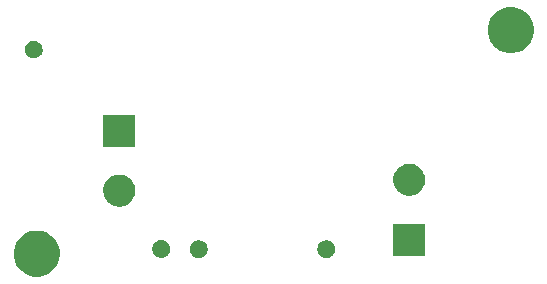
<source format=gbr>
G04 #@! TF.GenerationSoftware,KiCad,Pcbnew,5.0.2+dfsg1-1*
G04 #@! TF.CreationDate,2020-04-05T00:56:48-04:00*
G04 #@! TF.ProjectId,vreg-741,76726567-2d37-4343-912e-6b696361645f,rev?*
G04 #@! TF.SameCoordinates,Original*
G04 #@! TF.FileFunction,Soldermask,Bot*
G04 #@! TF.FilePolarity,Negative*
%FSLAX46Y46*%
G04 Gerber Fmt 4.6, Leading zero omitted, Abs format (unit mm)*
G04 Created by KiCad (PCBNEW 5.0.2+dfsg1-1) date Sun 05 Apr 2020 12:56:48 AM EDT*
%MOMM*%
%LPD*%
G01*
G04 APERTURE LIST*
%ADD10C,0.100000*%
G04 APERTURE END LIST*
D10*
G36*
X168717083Y-86515975D02*
X168717085Y-86515976D01*
X168717086Y-86515976D01*
X169072145Y-86663046D01*
X169072146Y-86663047D01*
X169391693Y-86876561D01*
X169663439Y-87148307D01*
X169663441Y-87148310D01*
X169876954Y-87467855D01*
X170011196Y-87791944D01*
X170024025Y-87822917D01*
X170099000Y-88199842D01*
X170099000Y-88584158D01*
X170069366Y-88733140D01*
X170024024Y-88961086D01*
X169876954Y-89316145D01*
X169876953Y-89316146D01*
X169663439Y-89635693D01*
X169391693Y-89907439D01*
X169391690Y-89907441D01*
X169072145Y-90120954D01*
X168717086Y-90268024D01*
X168717085Y-90268024D01*
X168717083Y-90268025D01*
X168340158Y-90343000D01*
X167955842Y-90343000D01*
X167578917Y-90268025D01*
X167578915Y-90268024D01*
X167578914Y-90268024D01*
X167223855Y-90120954D01*
X166904310Y-89907441D01*
X166904307Y-89907439D01*
X166632561Y-89635693D01*
X166419047Y-89316146D01*
X166419046Y-89316145D01*
X166271976Y-88961086D01*
X166226635Y-88733140D01*
X166197000Y-88584158D01*
X166197000Y-88199842D01*
X166271975Y-87822917D01*
X166284804Y-87791944D01*
X166419046Y-87467855D01*
X166632559Y-87148310D01*
X166632561Y-87148307D01*
X166904307Y-86876561D01*
X167223854Y-86663047D01*
X167223855Y-86663046D01*
X167578914Y-86515976D01*
X167578915Y-86515976D01*
X167578917Y-86515975D01*
X167955842Y-86441000D01*
X168340158Y-86441000D01*
X168717083Y-86515975D01*
X168717083Y-86515975D01*
G37*
G36*
X192791004Y-87271544D02*
X192878059Y-87288860D01*
X193014732Y-87345472D01*
X193014733Y-87345473D01*
X193137738Y-87427662D01*
X193242338Y-87532262D01*
X193242340Y-87532265D01*
X193324528Y-87655268D01*
X193381140Y-87791941D01*
X193410000Y-87937033D01*
X193410000Y-88084967D01*
X193381140Y-88230059D01*
X193324528Y-88366732D01*
X193324527Y-88366733D01*
X193242338Y-88489738D01*
X193137738Y-88594338D01*
X193137735Y-88594340D01*
X193014732Y-88676528D01*
X192878059Y-88733140D01*
X192791004Y-88750456D01*
X192732969Y-88762000D01*
X192585031Y-88762000D01*
X192526996Y-88750456D01*
X192439941Y-88733140D01*
X192303268Y-88676528D01*
X192180265Y-88594340D01*
X192180262Y-88594338D01*
X192075662Y-88489738D01*
X191993473Y-88366733D01*
X191993472Y-88366732D01*
X191936860Y-88230059D01*
X191908000Y-88084967D01*
X191908000Y-87937033D01*
X191936860Y-87791941D01*
X191993472Y-87655268D01*
X192075660Y-87532265D01*
X192075662Y-87532262D01*
X192180262Y-87427662D01*
X192303267Y-87345473D01*
X192303268Y-87345472D01*
X192439941Y-87288860D01*
X192526996Y-87271544D01*
X192585031Y-87260000D01*
X192732969Y-87260000D01*
X192791004Y-87271544D01*
X192791004Y-87271544D01*
G37*
G36*
X181996004Y-87271544D02*
X182083059Y-87288860D01*
X182219732Y-87345472D01*
X182219733Y-87345473D01*
X182342738Y-87427662D01*
X182447338Y-87532262D01*
X182447340Y-87532265D01*
X182529528Y-87655268D01*
X182586140Y-87791941D01*
X182615000Y-87937033D01*
X182615000Y-88084967D01*
X182586140Y-88230059D01*
X182529528Y-88366732D01*
X182529527Y-88366733D01*
X182447338Y-88489738D01*
X182342738Y-88594338D01*
X182342735Y-88594340D01*
X182219732Y-88676528D01*
X182083059Y-88733140D01*
X181996004Y-88750456D01*
X181937969Y-88762000D01*
X181790031Y-88762000D01*
X181731996Y-88750456D01*
X181644941Y-88733140D01*
X181508268Y-88676528D01*
X181385265Y-88594340D01*
X181385262Y-88594338D01*
X181280662Y-88489738D01*
X181198473Y-88366733D01*
X181198472Y-88366732D01*
X181141860Y-88230059D01*
X181113000Y-88084967D01*
X181113000Y-87937033D01*
X181141860Y-87791941D01*
X181198472Y-87655268D01*
X181280660Y-87532265D01*
X181280662Y-87532262D01*
X181385262Y-87427662D01*
X181508267Y-87345473D01*
X181508268Y-87345472D01*
X181644941Y-87288860D01*
X181731996Y-87271544D01*
X181790031Y-87260000D01*
X181937969Y-87260000D01*
X181996004Y-87271544D01*
X181996004Y-87271544D01*
G37*
G36*
X178818269Y-87260000D02*
X178908059Y-87277860D01*
X179044732Y-87334472D01*
X179061196Y-87345473D01*
X179167738Y-87416662D01*
X179272338Y-87521262D01*
X179272340Y-87521265D01*
X179354528Y-87644268D01*
X179411140Y-87780941D01*
X179440000Y-87926033D01*
X179440000Y-88073967D01*
X179411140Y-88219059D01*
X179354528Y-88355732D01*
X179354527Y-88355733D01*
X179272338Y-88478738D01*
X179167738Y-88583338D01*
X179167735Y-88583340D01*
X179044732Y-88665528D01*
X178908059Y-88722140D01*
X178821004Y-88739456D01*
X178762969Y-88751000D01*
X178615031Y-88751000D01*
X178556996Y-88739456D01*
X178469941Y-88722140D01*
X178333268Y-88665528D01*
X178210265Y-88583340D01*
X178210262Y-88583338D01*
X178105662Y-88478738D01*
X178023473Y-88355733D01*
X178023472Y-88355732D01*
X177966860Y-88219059D01*
X177938000Y-88073967D01*
X177938000Y-87926033D01*
X177966860Y-87780941D01*
X178023472Y-87644268D01*
X178105660Y-87521265D01*
X178105662Y-87521262D01*
X178210262Y-87416662D01*
X178316804Y-87345473D01*
X178333268Y-87334472D01*
X178469941Y-87277860D01*
X178559731Y-87260000D01*
X178615031Y-87249000D01*
X178762969Y-87249000D01*
X178818269Y-87260000D01*
X178818269Y-87260000D01*
G37*
G36*
X201045800Y-88574600D02*
X198343800Y-88574600D01*
X198343800Y-85872600D01*
X201045800Y-85872600D01*
X201045800Y-88574600D01*
X201045800Y-88574600D01*
G37*
G36*
X175396567Y-81732959D02*
X175527072Y-81758918D01*
X175772939Y-81860759D01*
X175993464Y-82008110D01*
X175994215Y-82008612D01*
X176182388Y-82196785D01*
X176182390Y-82196788D01*
X176330241Y-82418061D01*
X176379785Y-82537672D01*
X176432082Y-82663929D01*
X176484000Y-82924937D01*
X176484000Y-83191063D01*
X176458041Y-83321567D01*
X176432082Y-83452072D01*
X176330241Y-83697939D01*
X176182890Y-83918464D01*
X176182388Y-83919215D01*
X175994215Y-84107388D01*
X175994212Y-84107390D01*
X175772939Y-84255241D01*
X175527072Y-84357082D01*
X175396567Y-84383041D01*
X175266063Y-84409000D01*
X174999937Y-84409000D01*
X174869433Y-84383041D01*
X174738928Y-84357082D01*
X174493061Y-84255241D01*
X174271788Y-84107390D01*
X174271785Y-84107388D01*
X174083612Y-83919215D01*
X174083110Y-83918464D01*
X173935759Y-83697939D01*
X173833918Y-83452072D01*
X173807959Y-83321567D01*
X173782000Y-83191063D01*
X173782000Y-82924937D01*
X173833918Y-82663929D01*
X173886215Y-82537672D01*
X173935759Y-82418061D01*
X174083610Y-82196788D01*
X174083612Y-82196785D01*
X174271785Y-82008612D01*
X174272536Y-82008110D01*
X174493061Y-81860759D01*
X174738928Y-81758918D01*
X174869433Y-81732959D01*
X174999937Y-81707000D01*
X175266063Y-81707000D01*
X175396567Y-81732959D01*
X175396567Y-81732959D01*
G37*
G36*
X199958367Y-80818559D02*
X200088872Y-80844518D01*
X200334739Y-80946359D01*
X200555264Y-81093710D01*
X200556015Y-81094212D01*
X200744188Y-81282385D01*
X200744190Y-81282388D01*
X200892041Y-81503661D01*
X200976266Y-81707000D01*
X200993882Y-81749529D01*
X201045417Y-82008610D01*
X201045800Y-82010538D01*
X201045800Y-82276662D01*
X200993882Y-82537672D01*
X200892041Y-82783539D01*
X200744690Y-83004064D01*
X200744188Y-83004815D01*
X200556015Y-83192988D01*
X200556012Y-83192990D01*
X200334739Y-83340841D01*
X200088872Y-83442682D01*
X200041670Y-83452071D01*
X199827863Y-83494600D01*
X199561737Y-83494600D01*
X199347930Y-83452071D01*
X199300728Y-83442682D01*
X199054861Y-83340841D01*
X198833588Y-83192990D01*
X198833585Y-83192988D01*
X198645412Y-83004815D01*
X198644910Y-83004064D01*
X198497559Y-82783539D01*
X198395718Y-82537672D01*
X198343800Y-82276662D01*
X198343800Y-82010538D01*
X198344184Y-82008610D01*
X198395718Y-81749529D01*
X198413334Y-81707000D01*
X198497559Y-81503661D01*
X198645410Y-81282388D01*
X198645412Y-81282385D01*
X198833585Y-81094212D01*
X198834336Y-81093710D01*
X199054861Y-80946359D01*
X199300728Y-80844518D01*
X199431233Y-80818559D01*
X199561737Y-80792600D01*
X199827863Y-80792600D01*
X199958367Y-80818559D01*
X199958367Y-80818559D01*
G37*
G36*
X176484000Y-79329000D02*
X173782000Y-79329000D01*
X173782000Y-76627000D01*
X176484000Y-76627000D01*
X176484000Y-79329000D01*
X176484000Y-79329000D01*
G37*
G36*
X168026004Y-70380544D02*
X168113059Y-70397860D01*
X168249732Y-70454472D01*
X168249733Y-70454473D01*
X168372738Y-70536662D01*
X168477338Y-70641262D01*
X168477340Y-70641265D01*
X168559528Y-70764268D01*
X168616140Y-70900941D01*
X168632748Y-70984439D01*
X168645000Y-71046031D01*
X168645000Y-71193969D01*
X168644207Y-71197954D01*
X168616140Y-71339059D01*
X168559528Y-71475732D01*
X168559527Y-71475733D01*
X168477338Y-71598738D01*
X168372738Y-71703338D01*
X168372735Y-71703340D01*
X168249732Y-71785528D01*
X168113059Y-71842140D01*
X168026004Y-71859456D01*
X167967969Y-71871000D01*
X167820031Y-71871000D01*
X167761996Y-71859456D01*
X167674941Y-71842140D01*
X167538268Y-71785528D01*
X167415265Y-71703340D01*
X167415262Y-71703338D01*
X167310662Y-71598738D01*
X167228473Y-71475733D01*
X167228472Y-71475732D01*
X167171860Y-71339059D01*
X167143793Y-71197954D01*
X167143000Y-71193969D01*
X167143000Y-71046031D01*
X167155252Y-70984439D01*
X167171860Y-70900941D01*
X167228472Y-70764268D01*
X167310660Y-70641265D01*
X167310662Y-70641262D01*
X167415262Y-70536662D01*
X167538267Y-70454473D01*
X167538268Y-70454472D01*
X167674941Y-70397860D01*
X167761996Y-70380544D01*
X167820031Y-70369000D01*
X167967969Y-70369000D01*
X168026004Y-70380544D01*
X168026004Y-70380544D01*
G37*
G36*
X208849083Y-67592975D02*
X208849085Y-67592976D01*
X208849086Y-67592976D01*
X209204145Y-67740046D01*
X209204146Y-67740047D01*
X209523693Y-67953561D01*
X209795439Y-68225307D01*
X209795441Y-68225310D01*
X210008954Y-68544855D01*
X210156024Y-68899914D01*
X210231000Y-69276843D01*
X210231000Y-69661157D01*
X210156024Y-70038086D01*
X210008954Y-70393145D01*
X209967976Y-70454473D01*
X209795439Y-70712693D01*
X209523693Y-70984439D01*
X209523690Y-70984441D01*
X209204145Y-71197954D01*
X208849086Y-71345024D01*
X208849085Y-71345024D01*
X208849083Y-71345025D01*
X208472158Y-71420000D01*
X208087842Y-71420000D01*
X207710917Y-71345025D01*
X207710915Y-71345024D01*
X207710914Y-71345024D01*
X207355855Y-71197954D01*
X207036310Y-70984441D01*
X207036307Y-70984439D01*
X206764561Y-70712693D01*
X206592024Y-70454473D01*
X206551046Y-70393145D01*
X206403976Y-70038086D01*
X206329000Y-69661157D01*
X206329000Y-69276843D01*
X206403976Y-68899914D01*
X206551046Y-68544855D01*
X206764559Y-68225310D01*
X206764561Y-68225307D01*
X207036307Y-67953561D01*
X207355854Y-67740047D01*
X207355855Y-67740046D01*
X207710914Y-67592976D01*
X207710915Y-67592976D01*
X207710917Y-67592975D01*
X208087842Y-67518000D01*
X208472158Y-67518000D01*
X208849083Y-67592975D01*
X208849083Y-67592975D01*
G37*
M02*

</source>
